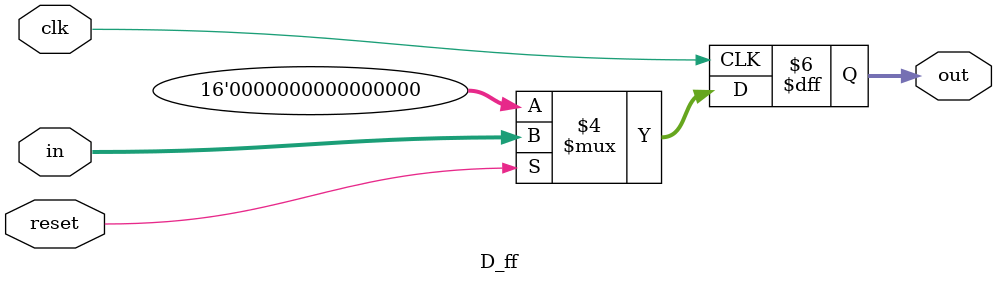
<source format=v>
`timescale 1ns / 1ps

module D_ff(
    input [15:0] in,
    input clk,
    input reset,
    output reg [15:0] out
    );
    always @(posedge clk)
    begin
        if (reset==1'b0)
            out <= 16'h0000;
        else
            out <= in;
        
    end
    
endmodule

</source>
